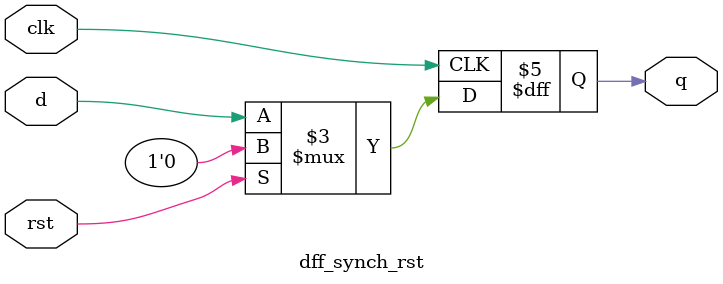
<source format=v>
module dff_synch_rst (input d,clk,rst, output reg q); 
always@(posedge clk)
 begin
 if(rst)
 q=1'b0;
 else
 q=d; 
end
 endmodule

</source>
